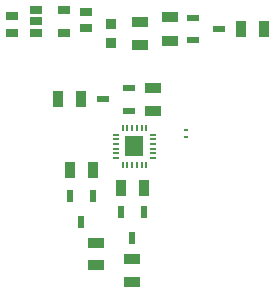
<source format=gtp>
G04*
G04 #@! TF.GenerationSoftware,Altium Limited,Altium Designer,22.3.1 (43)*
G04*
G04 Layer_Color=8421504*
%FSLAX25Y25*%
%MOIN*%
G70*
G04*
G04 #@! TF.SameCoordinates,35B4740E-92D2-49D1-AA18-A508E5057BF1*
G04*
G04*
G04 #@! TF.FilePolarity,Positive*
G04*
G01*
G75*
%ADD14O,0.00787X0.02559*%
%ADD15O,0.02559X0.00787*%
%ADD16R,0.06063X0.06693*%
%ADD17R,0.04134X0.02362*%
%ADD18R,0.04331X0.02559*%
%ADD19R,0.05709X0.03543*%
%ADD20R,0.03740X0.05709*%
%ADD21R,0.03740X0.03347*%
%ADD22R,0.03858X0.03071*%
%ADD23R,0.01181X0.00984*%
%ADD24R,0.02362X0.04134*%
%ADD25R,0.03543X0.05709*%
%ADD26R,0.05709X0.03740*%
D14*
X46264Y52661D02*
D03*
X47839D02*
D03*
X49413D02*
D03*
X50988D02*
D03*
X52563D02*
D03*
X54138D02*
D03*
Y65063D02*
D03*
X52563D02*
D03*
X50988D02*
D03*
X49413D02*
D03*
X47839D02*
D03*
X46264D02*
D03*
D15*
X56402Y54925D02*
D03*
Y56500D02*
D03*
Y58075D02*
D03*
Y59650D02*
D03*
Y61224D02*
D03*
Y62799D02*
D03*
X44000D02*
D03*
Y61224D02*
D03*
Y59650D02*
D03*
Y58075D02*
D03*
Y56500D02*
D03*
Y54925D02*
D03*
D16*
X50201Y58862D02*
D03*
D17*
X78331Y98000D02*
D03*
X69669Y94260D02*
D03*
Y101740D02*
D03*
X39669Y74500D02*
D03*
X48331Y78240D02*
D03*
Y70760D02*
D03*
D18*
X26724Y104240D02*
D03*
Y96760D02*
D03*
X17276D02*
D03*
Y100500D02*
D03*
Y104240D02*
D03*
D19*
X52000Y92760D02*
D03*
Y100240D02*
D03*
X49500Y13760D02*
D03*
Y21240D02*
D03*
X37500Y19260D02*
D03*
Y26740D02*
D03*
D20*
X85563Y98000D02*
D03*
X93437D02*
D03*
X32437Y74500D02*
D03*
X24563D02*
D03*
D21*
X42500Y99650D02*
D03*
Y93350D02*
D03*
D22*
X34000Y98244D02*
D03*
Y103756D02*
D03*
X9500Y102256D02*
D03*
Y96744D02*
D03*
D23*
X67500Y62000D02*
D03*
Y64165D02*
D03*
D24*
X49500Y28169D02*
D03*
X45760Y36831D02*
D03*
X53240D02*
D03*
X32500Y33669D02*
D03*
X28760Y42331D02*
D03*
X36240D02*
D03*
D25*
X53240Y45000D02*
D03*
X45760D02*
D03*
X36240Y51000D02*
D03*
X28760D02*
D03*
D26*
X56500Y78437D02*
D03*
Y70563D02*
D03*
X62000Y94126D02*
D03*
Y102000D02*
D03*
M02*

</source>
